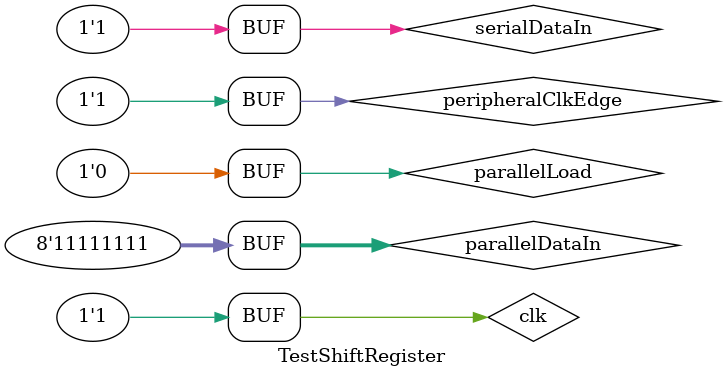
<source format=v>
module ShiftRegister(clk, peripheralClkEdge, parallelLoad, parallelDataIn, serialDataIn, parallelDataOut, serialDataOut);
parameter width = 8;
input               clk;
input               peripheralClkEdge;
input               parallelLoad;
output[width-1:0]   parallelDataOut;
output              serialDataOut;
input[width-1:0]    parallelDataIn;
input               serialDataIn;
reg[width-1:0]      shiftregistermem;
always @(posedge clk) begin
 
if (peripheralClkEdge) begin
	shiftregistermem[width-1:0] <= {shiftregistermem[width-2:0],serialDataIn};
end

if (parallelLoad) begin
	shiftregistermem <= parallelDataIn;
end

end

assign serialDataOut = shiftregistermem[width-1];
assign parallelDataOut = shiftregistermem;
endmodule

module TestShiftRegister;
reg             clk;
reg             peripheralClkEdge;
reg             parallelLoad;
wire[7:0]       parallelDataOut;
wire            serialDataOut;
reg[7:0]        parallelDataIn;
reg             serialDataIn; 
// Instantiate with parameter width = 8
ShiftRegister #(8) sr(clk, peripheralClkEdge, parallelLoad, parallelDataIn, serialDataIn, parallelDataOut, serialDataOut);

initial begin
//$display("A                                B                                  com |  res                             cout over zero");
clk = 'b0; #1000
clk = 'b1; peripheralClkEdge = 'b0; parallelLoad = 'b1; parallelDataIn = 'b01000001; serialDataIn = 'b1; #1000
//$display("%b  %b  %b  %b  %b  |  %b  %b  ", clk, peripheralClkEdge, parallelLoad, parallelDataIn, serialDataIn, parallelDataOut, serialDataOut);
//Check parallel load behavior
clk = 'b0; #1000
clk = 'b1; peripheralClkEdge = 'b1; parallelLoad = 'b1; parallelDataIn = 'b01000001; serialDataIn = 'b0; #1000
//$display("%b  %b  %b  %b  %b  |  %b  %b  ", clk, peripheralClkEdge, parallelLoad, parallelDataIn, serialDataIn, parallelDataOut, serialDataOut);
//When you try to shift in a bit and parallelLoad at the same time, parallelLoad takes priority.
repeat (8) begin
#1000 clk = 'b0; #1000
clk = 'b1; peripheralClkEdge = 'b1; parallelLoad = 'b0; parallelDataIn = 'b11111111; serialDataIn = 'b1; 
end
#1000 clk = 'b1;
//Check serial in behavior and make sure that parallelLoad is actually being turned off.
end

endmodule


</source>
